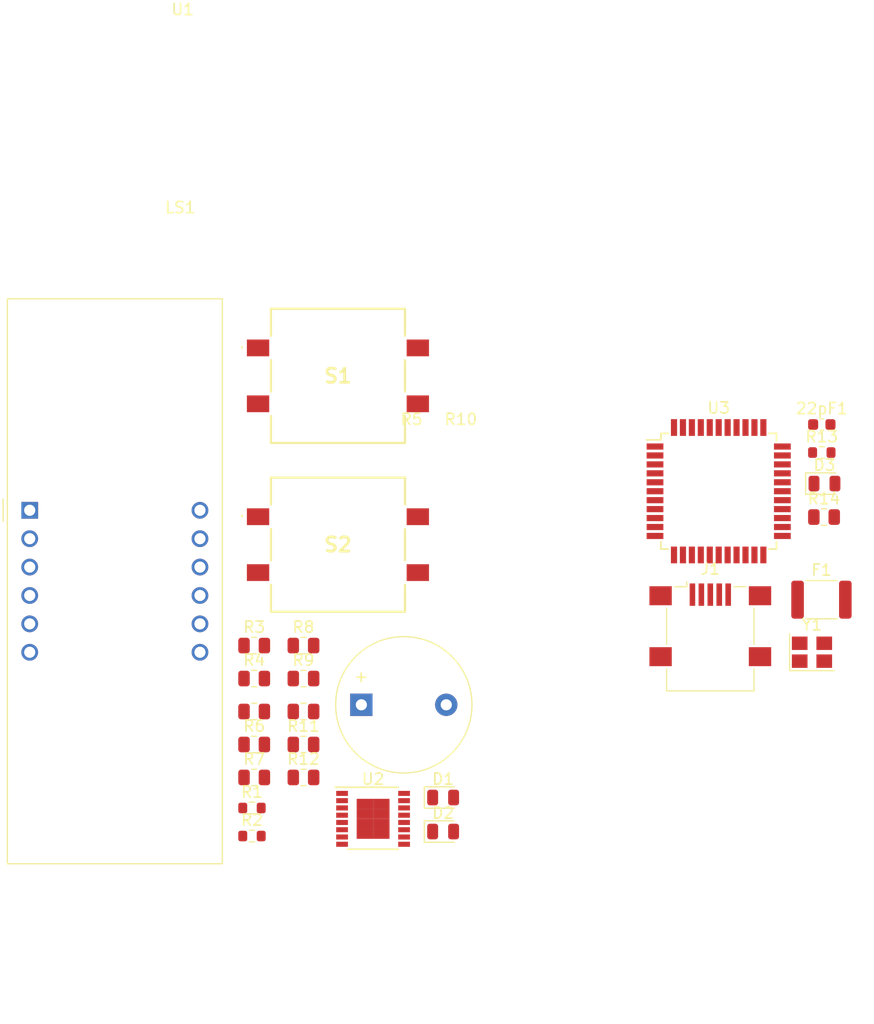
<source format=kicad_pcb>
(kicad_pcb (version 20221018) (generator pcbnew)
  (layers (0 "F.Cu" signal) (31 "B.Cu" signal) (34 "B.Paste" user) (35 "F.Paste" user) (36 "B.SilkS" user "B.Silkscreen") (37 "F.SilkS" user "F.Silkscreen") (38 "B.Mask" user) (39 "F.Mask" user) (44 "Edge.Cuts" user))
  (net 0 "")
  (net 1 "GND")
  (net 2 "Net-(D1-A)")
  (net 3 "Net-(D2-A)")
  (net 4 "Buzzer")
  (net 5 "Button_1")
  (net 6 "Button_2")
  (net 7 "RED_LED")
  (net 8 "GREEN_LED")
  (net 9 "a")
  (net 10 "Net-(U1-a)")
  (net 11 "b")
  (net 12 "Net-(U1-b)")
  (net 13 "c")
  (net 14 "Net-(U1-c)")
  (net 15 "d")
  (net 16 "Net-(U1-d)")
  (net 17 "e")
  (net 18 "Net-(U1-e)")
  (net 19 "f")
  (net 20 "Net-(U1-f)")
  (net 21 "g")
  (net 22 "Net-(U1-g)")
  (net 23 "dp")
  (net 24 "Net-(U1-DPX)")
  (net 27 "+5V")
  (net 28 "Dig4")
  (net 29 "Dig3")
  (net 30 "Dig2")
  (net 31 "Dig1")
  (net 33 "SH_CP")
  (net 34 "ST_CP")
  (net 35 "DS")
  (net 38 "XTAL1")
  (net 39 "Net-(D3-A)")
  (net 40 "Net-(J1-VBUS)")
  (net 45 "Reset")
  (footprint "Resistor_SMD:R_0805_2012Metric" (layer "F.Cu") (at 55.655 81.525)
    (fp_text reference "R7" (at 0 -1.65) (layer "F.SilkS"))
    (fp_text value "100")
    (fp_line (start -0.227064 -0.735) (end 0.227064 -0.735) (stroke (width 0.12)) (layer "F.SilkS"))
    (fp_line (start -0.227064 0.735) (end 0.227064 0.735) (stroke (width 0.12)) (layer "F.SilkS"))
    (pad "1" smd roundrect (at -0.9125 0) (size 1.025 1.4) (layers "F.Cu" "F.Paste" "F.Mask") (roundrect_rratio 0.243902) (net 13 "c"))
    (pad "2" smd roundrect (at 0.9125 0) (size 1.025 1.4) (layers "F.Cu" "F.Paste" "F.Mask") (roundrect_rratio 0.243902) (net 14 "Net-(U1-c)"))
  )
  (footprint "LED_SMD:LED_0805_2012Metric" (layer "F.Cu") (at 106.7 55.235)
    (fp_text reference "D3" (at 0 -1.65) (layer "F.SilkS"))
    (fp_text value "LED")
    (fp_line (start -1.685 -0.96) (end -1.685 0.96) (stroke (width 0.12)) (layer "F.SilkS"))
    (fp_line (start -1.685 0.96) (end 1 0.96) (stroke (width 0.12)) (layer "F.SilkS"))
    (fp_line (start 1 -0.96) (end -1.685 -0.96) (stroke (width 0.12)) (layer "F.SilkS"))
    (pad "1" smd roundrect (at -0.9375 0) (size 0.975 1.4) (layers "F.Cu" "F.Paste" "F.Mask") (net 1 "GND"))
    (pad "2" smd roundrect (at 0.9375 0) (size 0.975 1.4) (layers "F.Cu" "F.Paste" "F.Mask") (net 39 "Net-(D3-A)"))
  )
  (footprint "Capacitor_SMD:C_0603_1608Metric" (layer "F.Cu") (at 106.46 49.95)
    (fp_text reference "22pF1" (at 0 -1.43) (layer "F.SilkS"))
    (fp_text value "C_Small")
    (fp_line (start -0.14058 -0.51) (end 0.14058 -0.51) (stroke (width 0.12)) (layer "F.SilkS"))
    (fp_line (start -0.14058 0.51) (end 0.14058 0.51) (stroke (width 0.12)) (layer "F.SilkS"))
    (pad "1" smd roundrect (at -0.775 0) (size 0.9 0.95) (layers "F.Cu" "F.Paste" "F.Mask") (net 38 "XTAL1"))
    (pad "2" smd roundrect (at 0.775 0) (size 0.9 0.95) (layers "F.Cu" "F.Paste" "F.Mask") (net 1 "GND"))
  )
  (footprint "Resistor_SMD:R_0805_2012Metric" (layer "F.Cu") (at 60.065 72.675)
    (fp_text reference "R9" (at 0 -1.65) (layer "F.SilkS"))
    (fp_text value "100")
    (fp_line (start -0.227064 -0.735) (end 0.227064 -0.735) (stroke (width 0.12)) (layer "F.SilkS"))
    (fp_line (start -0.227064 0.735) (end 0.227064 0.735) (stroke (width 0.12)) (layer "F.SilkS"))
    (pad "1" smd roundrect (at -0.9125 0) (size 1.025 1.4) (layers "F.Cu" "F.Paste" "F.Mask") (roundrect_rratio 0.243902) (net 17 "e"))
    (pad "2" smd roundrect (at 0.9125 0) (size 1.025 1.4) (layers "F.Cu" "F.Paste" "F.Mask") (roundrect_rratio 0.243902) (net 18 "Net-(U1-e)"))
  )
  (footprint "Display_7Segment:CA56-12EWA" (layer "F.Cu") (at 35.56 57.625)
    (fp_text reference "U1" (at 13.69 -44.8) (layer "F.SilkS"))
    (fp_text value "CA56-12EWA")
    (fp_line (start -2.38 -1) (end -2.38 1) (stroke (width 0.12)) (layer "F.SilkS"))
    (fp_line (start -2 -18.92) (end -2 31.62) (stroke (width 0.12)) (layer "F.SilkS"))
    (fp_line (start -2 -18.92) (end 17.24 -18.92) (stroke (width 0.12)) (layer "F.SilkS"))
    (fp_line (start -2 31.62) (end 17.24 31.62) (stroke (width 0.12)) (layer "F.SilkS"))
    (fp_line (start 17.24 31.62) (end 17.24 -18.92) (stroke (width 0.12)) (layer "F.SilkS"))
    (pad "1" thru_hole rect (at 0 0) (size 1.5 1.5) (drill 1) (layers "*.Cu" "*.Mask") (net 18 "Net-(U1-e)"))
    (pad "2" thru_hole circle (at 0 2.54) (size 1.5 1.5) (drill 1) (layers "*.Cu" "*.Mask") (net 16 "Net-(U1-d)"))
    (pad "3" thru_hole circle (at 0 5.08) (size 1.5 1.5) (drill 1) (layers "*.Cu" "*.Mask") (net 24 "Net-(U1-DPX)"))
    (pad "4" thru_hole circle (at 0 7.62) (size 1.5 1.5) (drill 1) (layers "*.Cu" "*.Mask") (net 14 "Net-(U1-c)"))
    (pad "5" thru_hole circle (at 0 10.16) (size 1.5 1.5) (drill 1) (layers "*.Cu" "*.Mask") (net 22 "Net-(U1-g)"))
    (pad "6" thru_hole circle (at 0 12.7) (size 1.5 1.5) (drill 1) (layers "*.Cu" "*.Mask") (net 28 "Dig4"))
    (pad "7" thru_hole circle (at 15.24 12.7) (size 1.5 1.5) (drill 1) (layers "*.Cu" "*.Mask") (net 12 "Net-(U1-b)"))
    (pad "8" thru_hole circle (at 15.24 10.16) (size 1.5 1.5) (drill 1) (layers "*.Cu" "*.Mask") (net 29 "Dig3"))
    (pad "9" thru_hole circle (at 15.24 7.62) (size 1.5 1.5) (drill 1) (layers "*.Cu" "*.Mask") (net 30 "Dig2"))
    (pad "10" thru_hole circle (at 15.24 5.08) (size 1.5 1.5) (drill 1) (layers "*.Cu" "*.Mask") (net 20 "Net-(U1-f)"))
    (pad "11" thru_hole circle (at 15.24 2.54) (size 1.5 1.5) (drill 1) (layers "*.Cu" "*.Mask") (net 10 "Net-(U1-a)"))
    (pad "12" thru_hole circle (at 15.24 0) (size 1.5 1.5) (drill 1) (layers "*.Cu" "*.Mask") (net 31 "Dig1"))
  )
  (footprint "Resistor_SMD:R_0603_1608Metric" (layer "F.Cu") (at 55.455 84.255)
    (fp_text reference "R1" (at 0 -1.43) (layer "F.SilkS"))
    (fp_text value "10k")
    (fp_line (start -0.237258 -0.5225) (end 0.237258 -0.5225) (stroke (width 0.12)) (layer "F.SilkS"))
    (fp_line (start -0.237258 0.5225) (end 0.237258 0.5225) (stroke (width 0.12)) (layer "F.SilkS"))
    (pad "1" smd roundrect (at -0.825 0) (size 0.8 0.95) (layers "F.Cu" "F.Paste" "F.Mask") (net 5 "Button_1"))
    (pad "2" smd roundrect (at 0.825 0) (size 0.8 0.95) (layers "F.Cu" "F.Paste" "F.Mask") (net 1 "GND"))
  )
  (footprint "LED_SMD:LED_0805_2012Metric" (layer "F.Cu") (at 72.565 86.36)
    (fp_text reference "D2" (at 0 -1.65) (layer "F.SilkS"))
    (fp_text value "LED")
    (fp_line (start -1.685 -0.96) (end -1.685 0.96) (stroke (width 0.12)) (layer "F.SilkS"))
    (fp_line (start -1.685 0.96) (end 1 0.96) (stroke (width 0.12)) (layer "F.SilkS"))
    (fp_line (start 1 -0.96) (end -1.685 -0.96) (stroke (width 0.12)) (layer "F.SilkS"))
    (pad "1" smd roundrect (at -0.9375 0) (size 0.975 1.4) (layers "F.Cu" "F.Paste" "F.Mask") (net 1 "GND"))
    (pad "2" smd roundrect (at 0.9375 0) (size 0.975 1.4) (layers "F.Cu" "F.Paste" "F.Mask") (net 3 "Net-(D2-A)"))
  )
  (footprint "Connector_USB:USB_Mini-B_Lumberg_2486_01_Horizontal" (layer "F.Cu") (at 96.48 67.87)
    (fp_text reference "J1" (at 0 -5) (layer "F.SilkS"))
    (fp_text value "USB_B_Mini")
    (fp_line (start -3.91 1.74) (end -3.91 -1.49) (stroke (width 0.12)) (layer "F.SilkS"))
    (fp_line (start -3.91 5.91) (end -3.91 3.96) (stroke (width 0.12)) (layer "F.SilkS"))
    (fp_line (start -3.19 -3.41) (end -2.11 -3.41) (stroke (width 0.12)) (layer "F.SilkS"))
    (fp_line (start -2.11 -3.41) (end -2.11 -3.84) (stroke (width 0.12)) (layer "F.SilkS"))
    (fp_line (start 2.11 -3.41) (end 3.19 -3.41) (stroke (width 0.12)) (layer "F.SilkS"))
    (fp_line (start 3.91 1.74) (end 3.91 -1.49) (stroke (width 0.12)) (layer "F.SilkS"))
    (fp_line (start 3.91 5.91) (end -3.91 5.91) (stroke (width 0.12)) (layer "F.SilkS"))
    (fp_line (start 3.91 5.91) (end 3.91 3.96) (stroke (width 0.12)) (layer "F.SilkS"))
    (pad "" np_thru_hole circle (at -2.2 0) (size 1 1) (drill 1) (layers "*.Cu" "*.Mask"))
    (pad "" np_thru_hole circle (at 2.2 0) (size 1 1) (drill 1) (layers "*.Cu" "*.Mask"))
    (pad "1" smd rect (at -1.6 -2.7) (size 0.5 2) (layers "F.Cu" "F.Paste" "F.Mask") (net 40 "Net-(J1-VBUS)"))
    (pad "2" smd rect (at -0.8 -2.7) (size 0.5 2) (layers "F.Cu" "F.Paste" "F.Mask"))
    (pad "3" smd rect (at 0 -2.7) (size 0.5 2) (layers "F.Cu" "F.Paste" "F.Mask"))
    (pad "4" smd rect (at 0.8 -2.7) (size 0.5 2) (layers "F.Cu" "F.Paste" "F.Mask"))
    (pad "5" smd rect (at 1.6 -2.7) (size 0.5 2) (layers "F.Cu" "F.Paste" "F.Mask") (net 1 "GND"))
    (pad "6" smd rect (at -4.45 -2.6) (size 2 1.7) (layers "F.Cu" "F.Paste" "F.Mask"))
    (pad "6" smd rect (at -4.45 2.85) (size 2 1.7) (layers "F.Cu" "F.Paste" "F.Mask"))
    (pad "6" smd rect (at 4.45 -2.6) (size 2 1.7) (layers "F.Cu" "F.Paste" "F.Mask"))
    (pad "6" smd rect (at 4.45 2.85) (size 2 1.7) (layers "F.Cu" "F.Paste" "F.Mask"))
  )
  (footprint "Package_SO:TSSOP-16-1EP_4.4x5mm_P0.65mm" (layer "F.Cu") (at 66.295 85.225)
    (fp_text reference "U2" (at 0 -3.55) (layer "F.SilkS"))
    (fp_text value "74HC595")
    (fp_line (start -3.375 -2.825) (end 2.25 -2.825) (stroke (width 0.15)) (layer "F.SilkS"))
    (fp_line (start -2.25 2.725) (end 2.25 2.725) (stroke (width 0.15)) (layer "F.SilkS"))
    (pad "1" smd rect (at -2.775 -2.275) (size 1.05 0.45) (layers "F.Cu" "F.Paste" "F.Mask") (net 11 "b"))
    (pad "2" smd rect (at -2.775 -1.625) (size 1.05 0.45) (layers "F.Cu" "F.Paste" "F.Mask") (net 13 "c"))
    (pad "3" smd rect (at -2.775 -0.975) (size 1.05 0.45) (layers "F.Cu" "F.Paste" "F.Mask") (net 15 "d"))
    (pad "4" smd rect (at -2.775 -0.325) (size 1.05 0.45) (layers "F.Cu" "F.Paste" "F.Mask") (net 17 "e"))
    (pad "5" smd rect (at -2.775 0.325) (size 1.05 0.45) (layers "F.Cu" "F.Paste" "F.Mask") (net 19 "f"))
    (pad "6" smd rect (at -2.775 0.975) (size 1.05 0.45) (layers "F.Cu" "F.Paste" "F.Mask") (net 21 "g"))
    (pad "7" smd rect (at -2.775 1.625) (size 1.05 0.45) (layers "F.Cu" "F.Paste" "F.Mask") (net 23 "dp"))
    (pad "8" smd rect (at -2.775 2.275) (size 1.05 0.45) (layers "F.Cu" "F.Paste" "F.Mask") (net 1 "GND"))
    (pad "9" smd rect (at 2.775 2.275) (size 1.05 0.45) (layers "F.Cu" "F.Paste" "F.Mask"))
    (pad "10" smd rect (at 2.775 1.625) (size 1.05 0.45) (layers "F.Cu" "F.Paste" "F.Mask") (net 27 "+5V"))
    (pad "11" smd rect (at 2.775 0.975) (size 1.05 0.45) (layers "F.Cu" "F.Paste" "F.Mask") (net 33 "SH_CP"))
    (pad "12" smd rect (at 2.775 0.325) (size 1.05 0.45) (layers "F.Cu" "F.Paste" "F.Mask") (net 34 "ST_CP"))
    (pad "13" smd rect (at 2.775 -0.325) (size 1.05 0.45) (layers "F.Cu" "F.Paste" "F.Mask") (net 1 "GND"))
    (pad "14" smd rect (at 2.775 -0.975) (size 1.05 0.45) (layers "F.Cu" "F.Paste" "F.Mask") (net 35 "DS"))
    (pad "15" smd rect (at 2.775 -1.625) (size 1.05 0.45) (layers "F.Cu" "F.Paste" "F.Mask") (net 9 "a"))
    (pad "16" smd rect (at 2.775 -2.275) (size 1.05 0.45) (layers "F.Cu" "F.Paste" "F.Mask") (net 27 "+5V"))
    (pad "17" smd rect (at -0.735 -1.3425) (size 1.47 0.895) (layers "F.Cu" "F.Paste" "F.Mask"))
    (pad "17" smd rect (at -0.735 -0.4475) (size 1.47 0.895) (layers "F.Cu" "F.Paste" "F.Mask"))
    (pad "17" smd rect (at -0.735 0.4475) (size 1.47 0.895) (layers "F.Cu" "F.Paste" "F.Mask"))
    (pad "17" smd rect (at -0.735 1.3425) (size 1.47 0.895) (layers "F.Cu" "F.Paste" "F.Mask"))
    (pad "17" smd rect (at 0.735 -1.3425) (size 1.47 0.895) (layers "F.Cu" "F.Paste" "F.Mask"))
    (pad "17" smd rect (at 0.735 -0.4475) (size 1.47 0.895) (layers "F.Cu" "F.Paste" "F.Mask"))
    (pad "17" smd rect (at 0.735 0.4475) (size 1.47 0.895) (layers "F.Cu" "F.Paste" "F.Mask"))
    (pad "17" smd rect (at 0.735 1.3425) (size 1.47 0.895) (layers "F.Cu" "F.Paste" "F.Mask"))
  )
  (footprint "Resistor_SMD:R_0805_2012Metric" (layer "F.Cu") (at 55.655 75.625)
    (fp_text reference "R5" (at 14.09 -26.14) (layer "F.SilkS"))
    (fp_text value "100")
    (fp_line (start -0.227064 -0.735) (end 0.227064 -0.735) (stroke (width 0.12)) (layer "F.SilkS"))
    (fp_line (start -0.227064 0.735) (end 0.227064 0.735) (stroke (width 0.12)) (layer "F.SilkS"))
    (pad "1" smd roundrect (at -0.9125 0) (size 1.025 1.4) (layers "F.Cu" "F.Paste" "F.Mask") (roundrect_rratio 0.243902) (net 9 "a"))
    (pad "2" smd roundrect (at 0.9125 0) (size 1.025 1.4) (layers "F.Cu" "F.Paste" "F.Mask") (roundrect_rratio 0.243902) (net 10 "Net-(U1-a)"))
  )
  (footprint "Resistor_SMD:R_0805_2012Metric" (layer "F.Cu") (at 106.66 58.23)
    (fp_text reference "R14" (at 0 -1.65) (layer "F.SilkS"))
    (fp_text value "330")
    (fp_line (start -0.227064 -0.735) (end 0.227064 -0.735) (stroke (width 0.12)) (layer "F.SilkS"))
    (fp_line (start -0.227064 0.735) (end 0.227064 0.735) (stroke (width 0.12)) (layer "F.SilkS"))
    (pad "1" smd roundrect (at -0.9125 0) (size 1.025 1.4) (layers "F.Cu" "F.Paste" "F.Mask") (roundrect_rratio 0.243902) (net 27 "+5V"))
    (pad "2" smd roundrect (at 0.9125 0) (size 1.025 1.4) (layers "F.Cu" "F.Paste" "F.Mask") (roundrect_rratio 0.243902) (net 39 "Net-(D3-A)"))
  )
  (footprint "PTS125_SMD_Button:PTS125_SMD_Button" (layer "F.Cu") (at 63.15 60.7)
    (fp_text reference "S2" (at 0 0) (layer "F.SilkS") (effects (font (size 1.27 1.27) (thickness 0.254))))
    (fp_text value "PTS125SM43SMTR21M_LFS" hide)
    (fp_line (start -8.6 -2.6) (end -8.6 -2.6) (stroke (width 0.1)) (layer "F.SilkS"))
    (fp_line (start -8.6 -2.5) (end -8.6 -2.5) (stroke (width 0.1)) (layer "F.SilkS"))
    (fp_line (start -6 -6) (end 6 -6) (stroke (width 0.2)) (layer "F.SilkS"))
    (fp_line (start -6 -3.6) (end -6 -6) (stroke (width 0.2)) (layer "F.SilkS"))
    (fp_line (start -6 -3.6) (end -6 -3.6) (stroke (width 0.2)) (layer "F.SilkS"))
    (fp_line (start -6 -1.4) (end -6 1.4) (stroke (width 0.2)) (layer "F.SilkS"))
    (fp_line (start -6 3.6) (end -6 6) (stroke (width 0.2)) (layer "F.SilkS"))
    (fp_line (start -6 6) (end 6 6) (stroke (width 0.2)) (layer "F.SilkS"))
    (fp_line (start 6 -6) (end 6 -3.6) (stroke (width 0.2)) (layer "F.SilkS"))
    (fp_line (start 6 -1.4) (end 6 1.4) (stroke (width 0.2)) (layer "F.SilkS"))
    (fp_line (start 6 6) (end 6 3.6) (stroke (width 0.2)) (layer "F.SilkS"))
    (fp_arc (start -8.6 -2.6) (mid -8.55 -2.55) (end -8.6 -2.5) (stroke (width 0.1)) (layer "F.SilkS"))
    (fp_arc (start -8.6 -2.5) (mid -8.65 -2.55) (end -8.6 -2.6) (stroke (width 0.1)) (layer "F.SilkS"))
    (pad "A1" smd rect (at -7.15 -2.5 90) (size 1.5 2) (layers "F.Cu" "F.Paste" "F.Mask"))
    (pad "B1" smd rect (at 7.15 -2.5 90) (size 1.5 2) (layers "F.Cu" "F.Paste" "F.Mask"))
    (pad "C1" smd rect (at -7.15 2.5 90) (size 1.5 2) (layers "F.Cu" "F.Paste" "F.Mask") (net 27 "+5V"))
    (pad "D1" smd rect (at 7.15 2.5 90) (size 1.5 2) (layers "F.Cu" "F.Paste" "F.Mask") (net 6 "Button_2"))
  )
  (footprint "Resistor_SMD:R_0805_2012Metric" (layer "F.Cu") (at 60.065 75.625)
    (fp_text reference "R10" (at 14.09 -26.14) (layer "F.SilkS"))
    (fp_text value "100")
    (fp_line (start -0.227064 -0.735) (end 0.227064 -0.735) (stroke (width 0.12)) (layer "F.SilkS"))
    (fp_line (start -0.227064 0.735) (end 0.227064 0.735) (stroke (width 0.12)) (layer "F.SilkS"))
    (pad "1" smd roundrect (at -0.9125 0) (size 1.025 1.4) (layers "F.Cu" "F.Paste" "F.Mask") (roundrect_rratio 0.243902) (net 19 "f"))
    (pad "2" smd roundrect (at 0.9125 0) (size 1.025 1.4) (layers "F.Cu" "F.Paste" "F.Mask") (roundrect_rratio 0.243902) (net 20 "Net-(U1-f)"))
  )
  (footprint "Buzzer_Beeper:Buzzer_12x9.5RM7.6" (layer "F.Cu") (at 65.245 75.025)
    (fp_text reference "LS1" (at -16.2125 -44.485) (layer "F.SilkS"))
    (fp_text value "Speaker")
    (fp_text user "+" (at -0.01 -2.54) (layer "F.SilkS"))
    (fp_circle (center 3.8 0) (end 9.9 0) (stroke (width 0.12)) (fill none) (layer "F.SilkS"))
    (pad "1" thru_hole rect (at 0 0) (size 2 2) (drill 1) (layers "*.Cu" "*.Mask") (net 4 "Buzzer"))
    (pad "2" thru_hole circle (at 7.6 0) (size 2 2) (drill 1) (layers "*.Cu" "*.Mask") (net 1 "GND"))
  )
  (footprint "Resistor_SMD:R_0805_2012Metric" (layer "F.Cu") (at 60.065 69.725)
    (fp_text reference "R8" (at 0 -1.65) (layer "F.SilkS"))
    (fp_text value "100")
    (fp_line (start -0.227064 -0.735) (end 0.227064 -0.735) (stroke (width 0.12)) (layer "F.SilkS"))
    (fp_line (start -0.227064 0.735) (end 0.227064 0.735) (stroke (width 0.12)) (layer "F.SilkS"))
    (pad "1" smd roundrect (at -0.9125 0) (size 1.025 1.4) (layers "F.Cu" "F.Paste" "F.Mask") (roundrect_rratio 0.243902) (net 15 "d"))
    (pad "2" smd roundrect (at 0.9125 0) (size 1.025 1.4) (layers "F.Cu" "F.Paste" "F.Mask") (roundrect_rratio 0.243902) (net 16 "Net-(U1-d)"))
  )
  (footprint "PTS125_SMD_Button:PTS125_SMD_Button" (layer "F.Cu") (at 63.15 45.6)
    (fp_text reference "S1" (at 0 0) (layer "F.SilkS") (effects (font (size 1.27 1.27) (thickness 0.254))))
    (fp_text value "PTS125SM43SMTR21M_LFS" hide)
    (fp_line (start -8.6 -2.6) (end -8.6 -2.6) (stroke (width 0.1)) (layer "F.SilkS"))
    (fp_line (start -8.6 -2.5) (end -8.6 -2.5) (stroke (width 0.1)) (layer "F.SilkS"))
    (fp_line (start -6 -6) (end 6 -6) (stroke (width 0.2)) (layer "F.SilkS"))
    (fp_line (start -6 -3.6) (end -6 -6) (stroke (width 0.2)) (layer "F.SilkS"))
    (fp_line (start -6 -3.6) (end -6 -3.6) (stroke (width 0.2)) (layer "F.SilkS"))
    (fp_line (start -6 -1.4) (end -6 1.4) (stroke (width 0.2)) (layer "F.SilkS"))
    (fp_line (start -6 3.6) (end -6 6) (stroke (width 0.2)) (layer "F.SilkS"))
    (fp_line (start -6 6) (end 6 6) (stroke (width 0.2)) (layer "F.SilkS"))
    (fp_line (start 6 -6) (end 6 -3.6) (stroke (width 0.2)) (layer "F.SilkS"))
    (fp_line (start 6 -1.4) (end 6 1.4) (stroke (width 0.2)) (layer "F.SilkS"))
    (fp_line (start 6 6) (end 6 3.6) (stroke (width 0.2)) (layer "F.SilkS"))
    (fp_arc (start -8.6 -2.6) (mid -8.55 -2.55) (end -8.6 -2.5) (stroke (width 0.1)) (layer "F.SilkS"))
    (fp_arc (start -8.6 -2.5) (mid -8.65 -2.55) (end -8.6 -2.6) (stroke (width 0.1)) (layer "F.SilkS"))
    (pad "A1" smd rect (at -7.15 -2.5 90) (size 1.5 2) (layers "F.Cu" "F.Paste" "F.Mask"))
    (pad "B1" smd rect (at 7.15 -2.5 90) (size 1.5 2) (layers "F.Cu" "F.Paste" "F.Mask"))
    (pad "C1" smd rect (at -7.15 2.5 90) (size 1.5 2) (layers "F.Cu" "F.Paste" "F.Mask") (net 27 "+5V"))
    (pad "D1" smd rect (at 7.15 2.5 90) (size 1.5 2) (layers "F.Cu" "F.Paste" "F.Mask") (net 5 "Button_1"))
  )
  (footprint "Resistor_SMD:R_0805_2012Metric" (layer "F.Cu") (at 60.065 78.575)
    (fp_text reference "R11" (at 0 -1.65) (layer "F.SilkS"))
    (fp_text value "100")
    (fp_line (start -0.227064 -0.735) (end 0.227064 -0.735) (stroke (width 0.12)) (layer "F.SilkS"))
    (fp_line (start -0.227064 0.735) (end 0.227064 0.735) (stroke (width 0.12)) (layer "F.SilkS"))
    (pad "1" smd roundrect (at -0.9125 0) (size 1.025 1.4) (layers "F.Cu" "F.Paste" "F.Mask") (roundrect_rratio 0.243902) (net 21 "g"))
    (pad "2" smd roundrect (at 0.9125 0) (size 1.025 1.4) (layers "F.Cu" "F.Paste" "F.Mask") (roundrect_rratio 0.243902) (net 22 "Net-(U1-g)"))
  )
  (footprint "Resistor_SMD:R_0805_2012Metric" (layer "F.Cu") (at 55.655 69.725)
    (fp_text reference "R3" (at 0 -1.65) (layer "F.SilkS"))
    (fp_text value "330")
    (fp_line (start -0.227064 -0.735) (end 0.227064 -0.735) (stroke (width 0.12)) (layer "F.SilkS"))
    (fp_line (start -0.227064 0.735) (end 0.227064 0.735) (stroke (width 0.12)) (layer "F.SilkS"))
    (pad "1" smd roundrect (at -0.9125 0) (size 1.025 1.4) (layers "F.Cu" "F.Paste" "F.Mask") (roundrect_rratio 0.243902) (net 7 "RED_LED"))
    (pad "2" smd roundrect (at 0.9125 0) (size 1.025 1.4) (layers "F.Cu" "F.Paste" "F.Mask") (roundrect_rratio 0.243902) (net 2 "Net-(D1-A)"))
  )
  (footprint "Resistor_SMD:R_0805_2012Metric" (layer "F.Cu") (at 55.655 72.675)
    (fp_text reference "R4" (at 0 -1.65) (layer "F.SilkS"))
    (fp_text value "330")
    (fp_line (start -0.227064 -0.735) (end 0.227064 -0.735) (stroke (width 0.12)) (layer "F.SilkS"))
    (fp_line (start -0.227064 0.735) (end 0.227064 0.735) (stroke (width 0.12)) (layer "F.SilkS"))
    (pad "1" smd roundrect (at -0.9125 0) (size 1.025 1.4) (layers "F.Cu" "F.Paste" "F.Mask") (roundrect_rratio 0.243902) (net 8 "GREEN_LED"))
    (pad "2" smd roundrect (at 0.9125 0) (size 1.025 1.4) (layers "F.Cu" "F.Paste" "F.Mask") (roundrect_rratio 0.243902) (net 3 "Net-(D2-A)"))
  )
  (footprint "Fuse:Fuse_1812_4532Metric" (layer "F.Cu") (at 106.43 65.62)
    (fp_text reference "F1" (at 0 -2.65) (layer "F.SilkS"))
    (fp_text value "Polyfuse")
    (fp_line (start -1.386252 -1.71) (end 1.386252 -1.71) (stroke (width 0.12)) (layer "F.SilkS"))
    (fp_line (start -1.386252 1.71) (end 1.386252 1.71) (stroke (width 0.12)) (layer "F.SilkS"))
    (pad "1" smd roundrect (at -2.1375 0) (size 1.125 3.4) (layers "F.Cu" "F.Paste" "F.Mask") (roundrect_rratio 0.222222) (net 40 "Net-(J1-VBUS)"))
    (pad "2" smd roundrect (at 2.1375 0) (size 1.125 3.4) (layers "F.Cu" "F.Paste" "F.Mask") (roundrect_rratio 0.222222) (net 27 "+5V"))
  )
  (footprint "Crystal:Crystal_SMD_Abracon_ABM8AIG-4Pin_3.2x2.5mm" (layer "F.Cu") (at 105.58 70.32)
    (fp_text reference "Y1" (at 0 -2.45) (layer "F.SilkS"))
    (fp_text value "Crystal_GND24")
    (fp_line (start -2 -1.65) (end -2 1.65) (stroke (width 0.12)) (layer "F.SilkS"))
    (fp_line (start -2 1.65) (end 2 1.65) (stroke (width 0.12)) (layer "F.SilkS"))
    (pad "1" smd rect (at -1.1 0.8) (size 1.4 1.2) (layers "F.Cu" "F.Paste" "F.Mask"))
    (pad "2" smd rect (at 1.1 0.8) (size 1.4 1.2) (layers "F.Cu" "F.Paste" "F.Mask"))
    (pad "3" smd rect (at 1.1 -0.8) (size 1.4 1.2) (layers "F.Cu" "F.Paste" "F.Mask") (net 38 "XTAL1"))
    (pad "4" smd rect (at -1.1 -0.8) (size 1.4 1.2) (layers "F.Cu" "F.Paste" "F.Mask") (net 1 "GND"))
  )
  (footprint "Resistor_SMD:R_0805_2012Metric" (layer "F.Cu") (at 60.065 81.525)
    (fp_text reference "R12" (at 0 -1.65) (layer "F.SilkS"))
    (fp_text value "100")
    (fp_line (start -0.227064 -0.735) (end 0.227064 -0.735) (stroke (width 0.12)) (layer "F.SilkS"))
    (fp_line (start -0.227064 0.735) (end 0.227064 0.735) (stroke (width 0.12)) (layer "F.SilkS"))
    (pad "1" smd roundrect (at -0.9125 0) (size 1.025 1.4) (layers "F.Cu" "F.Paste" "F.Mask") (roundrect_rratio 0.243902) (net 23 "dp"))
    (pad "2" smd roundrect (at 0.9125 0) (size 1.025 1.4) (layers "F.Cu" "F.Paste" "F.Mask") (roundrect_rratio 0.243902) (net 24 "Net-(U1-DPX)"))
  )
  (footprint "Resistor_SMD:R_0603_1608Metric" (layer "F.Cu") (at 55.455 86.765)
    (fp_text reference "R2" (at 0 -1.43) (layer "F.SilkS"))
    (fp_text value "10k")
    (fp_line (start -0.237258 -0.5225) (end 0.237258 -0.5225) (stroke (width 0.12)) (layer "F.SilkS"))
    (fp_line (start -0.237258 0.5225) (end 0.237258 0.5225) (stroke (width 0.12)) (layer "F.SilkS"))
    (pad "1" smd roundrect (at -0.825 0) (size 0.8 0.95) (layers "F.Cu" "F.Paste" "F.Mask") (net 6 "Button_2"))
    (pad "2" smd roundrect (at 0.825 0) (size 0.8 0.95) (layers "F.Cu" "F.Paste" "F.Mask") (net 1 "GND"))
  )
  (footprint "Package_QFP:TQFP-44_10x10mm_P0.8mm" (layer "F.Cu") (at 97.23 55.92)
    (fp_text reference "U3" (at 0 -7.45) (layer "F.SilkS"))
    (fp_text value "ATmega32U4-A")
    (fp_line (start -5.175 -5.175) (end -5.175 -4.6) (stroke (width 0.15)) (layer "F.SilkS"))
    (fp_line (start -5.175 -5.175) (end -4.5 -5.175) (stroke (width 0.15)) (layer "F.SilkS"))
    (fp_line (start -5.175 -4.6) (end -6.45 -4.6) (stroke (width 0.15)) (layer "F.SilkS"))
    (fp_line (start -5.175 5.175) (end -5.175 4.5) (stroke (width 0.15)) (layer "F.SilkS"))
    (fp_line (start -5.175 5.175) (end -4.5 5.175) (stroke (width 0.15)) (layer "F.SilkS"))
    (fp_line (start 5.175 -5.175) (end 4.5 -5.175) (stroke (width 0.15)) (layer "F.SilkS"))
    (fp_line (start 5.175 -5.175) (end 5.175 -4.5) (stroke (width 0.15)) (layer "F.SilkS"))
    (fp_line (start 5.175 5.175) (end 4.5 5.175) (stroke (width 0.15)) (layer "F.SilkS"))
    (fp_line (start 5.175 5.175) (end 5.175 4.5) (stroke (width 0.15)) (layer "F.SilkS"))
    (pad "1" smd rect (at -5.7 -4) (size 1.5 0.55) (layers "F.Cu" "F.Paste" "F.Mask"))
    (pad "2" smd rect (at -5.7 -3.2) (size 1.5 0.55) (layers "F.Cu" "F.Paste" "F.Mask") (net 27 "+5V"))
    (pad "3" smd rect (at -5.7 -2.4) (size 1.5 0.55) (layers "F.Cu" "F.Paste" "F.Mask"))
    (pad "4" smd rect (at -5.7 -1.6) (size 1.5 0.55) (layers "F.Cu" "F.Paste" "F.Mask"))
    (pad "5" smd rect (at -5.7 -0.8) (size 1.5 0.55) (layers "F.Cu" "F.Paste" "F.Mask") (net 1 "GND"))
    (pad "6" smd rect (at -5.7 0) (size 1.5 0.55) (layers "F.Cu" "F.Paste" "F.Mask"))
    (pad "7" smd rect (at -5.7 0.8) (size 1.5 0.55) (layers "F.Cu" "F.Paste" "F.Mask"))
    (pad "8" smd rect (at -5.7 1.6) (size 1.5 0.55) (layers "F.Cu" "F.Paste" "F.Mask"))
    (pad "9" smd rect (at -5.7 2.4) (size 1.5 0.55) (layers "F.Cu" "F.Paste" "F.Mask"))
    (pad "10" smd rect (at -5.7 3.2) (size 1.5 0.55) (layers "F.Cu" "F.Paste" "F.Mask"))
    (pad "11" smd rect (at -5.7 4) (size 1.5 0.55) (layers "F.Cu" "F.Paste" "F.Mask"))
    (pad "12" smd rect (at -4 5.7 90) (size 1.5 0.55) (layers "F.Cu" "F.Paste" "F.Mask"))
    (pad "13" smd rect (at -3.2 5.7 90) (size 1.5 0.55) (layers "F.Cu" "F.Paste" "F.Mask") (net 45 "Reset"))
    (pad "14" smd rect (at -2.4 5.7 90) (size 1.5 0.55) (layers "F.Cu" "F.Paste" "F.Mask") (net 27 "+5V"))
    (pad "15" smd rect (at -1.6 5.7 90) (size 1.5 0.55) (layers "F.Cu" "F.Paste" "F.Mask") (net 1 "GND"))
    (pad "16" smd rect (at -0.8 5.7 90) (size 1.5 0.55) (layers "F.Cu" "F.Paste" "F.Mask"))
    (pad "17" smd rect (at 0 5.7 90) (size 1.5 0.55) (layers "F.Cu" "F.Paste" "F.Mask"))
    (pad "18" smd rect (at 0.8 5.7 90) (size 1.5 0.55) (layers "F.Cu" "F.Paste" "F.Mask"))
    (pad "19" smd rect (at 1.6 5.7 90) (size 1.5 0.55) (layers "F.Cu" "F.Paste" "F.Mask"))
    (pad "20" smd rect (at 2.4 5.7 90) (size 1.5 0.55) (layers "F.Cu" "F.Paste" "F.Mask"))
    (pad "21" smd rect (at 3.2 5.7 90) (size 1.5 0.55) (layers "F.Cu" "F.Paste" "F.Mask"))
    (pad "22" smd rect (at 4 5.7 90) (size 1.5 0.55) (layers "F.Cu" "F.Paste" "F.Mask"))
    (pad "23" smd rect (at 5.7 4) (size 1.5 0.55) (layers "F.Cu" "F.Paste" "F.Mask") (net 1 "GND"))
    (pad "24" smd rect (at 5.7 3.2) (size 1.5 0.55) (layers "F.Cu" "F.Paste" "F.Mask") (net 27 "+5V"))
    (pad "25" smd rect (at 5.7 2.4) (size 1.5 0.55) (layers "F.Cu" "F.Paste" "F.Mask"))
    (pad "26" smd rect (at 5.7 1.6) (size 1.5 0.55) (layers "F.Cu" "F.Paste" "F.Mask"))
    (pad "27" smd rect (at 5.7 0.8) (size 1.5 0.55) (layers "F.Cu" "F.Paste" "F.Mask"))
    (pad "28" smd rect (at 5.7 0) (size 1.5 0.55) (layers "F.Cu" "F.Paste" "F.Mask"))
    (pad "29" smd rect (at 5.7 -0.8) (size 1.5 0.55) (layers "F.Cu" "F.Paste" "F.Mask"))
    (pad "30" smd rect (at 5.7 -1.6) (size 1.5 0.55) (layers "F.Cu" "F.Paste" "F.Mask"))
    (pad "31" smd rect (at 5.7 -2.4) (size 1.5 0.55) (layers "F.Cu" "F.Paste" "F.Mask"))
    (pad "32" smd rect (at 5.7 -3.2) (size 1.5 0.55) (layers "F.Cu" "F.Paste" "F.Mask"))
    (pad "33" smd rect (at 5.7 -4) (size 1.5 0.55) (layers "F.Cu" "F.Paste" "F.Mask"))
    (pad "34" smd rect (at 4 -5.7 90) (size 1.5 0.55) (layers "F.Cu" "F.Paste" "F.Mask") (net 27 "+5V"))
    (pad "35" smd rect (at 3.2 -5.7 90) (size 1.5 0.55) (layers "F.Cu" "F.Paste" "F.Mask") (net 1 "GND"))
    (pad "36" smd rect (at 2.4 -5.7 90) (size 1.5 0.55) (layers "F.Cu" "F.Paste" "F.Mask"))
    (pad "37" smd rect (at 1.6 -5.7 90) (size 1.5 0.55) (layers "F.Cu" "F.Paste" "F.Mask"))
    (pad "38" smd rect (at 0.8 -5.7 90) (size 1.5 0.55) (layers "F.Cu" "F.Paste" "F.Mask"))
    (pad "39" smd rect (at 0 -5.7 90) (size 1.5 0.55) (layers "F.Cu" "F.Paste" "F.Mask"))
    (pad "40" smd rect (at -0.8 -5.7 90) (size 1.5 0.55) (layers "F.Cu" "F.Paste" "F.Mask"))
    (pad "41" smd rect (at -1.6 -5.7 90) (size 1.5 0.55) (layers "F.Cu" "F.Paste" "F.Mask"))
    (pad "42" smd rect (at -2.4 -5.7 90) (size 1.5 0.55) (layers "F.Cu" "F.Paste" "F.Mask"))
    (pad "43" smd rect (at -3.2 -5.7 90) (size 1.5 0.55) (layers "F.Cu" "F.Paste" "F.Mask") (net 1 "GND"))
    (pad "44" smd rect (at -4 -5.7 90) (size 1.5 0.55) (layers "F.Cu" "F.Paste" "F.Mask") (net 27 "+5V"))
  )
  (footprint "Resistor_SMD:R_0805_2012Metric" (layer "F.Cu") (at 55.655 78.575)
    (fp_text reference "R6" (at 0 -1.65) (layer "F.SilkS"))
    (fp_text value "100")
    (fp_line (start -0.227064 -0.735) (end 0.227064 -0.735) (stroke (width 0.12)) (layer "F.SilkS"))
    (fp_line (start -0.227064 0.735) (end 0.227064 0.735) (stroke (width 0.12)) (layer "F.SilkS"))
    (pad "1" smd roundrect (at -0.9125 0) (size 1.025 1.4) (layers "F.Cu" "F.Paste" "F.Mask") (roundrect_rratio 0.243902) (net 11 "b"))
    (pad "2" smd roundrect (at 0.9125 0) (size 1.025 1.4) (layers "F.Cu" "F.Paste" "F.Mask") (roundrect_rratio 0.243902) (net 12 "Net-(U1-b)"))
  )
  (footprint "LED_SMD:LED_0805_2012Metric" (layer "F.Cu") (at 72.565 83.32)
    (fp_text reference "D1" (at 0 -1.65) (layer "F.SilkS"))
    (fp_text value "LED")
    (fp_line (start -1.685 -0.96) (end -1.685 0.96) (stroke (width 0.12)) (layer "F.SilkS"))
    (fp_line (start -1.685 0.96) (end 1 0.96) (stroke (width 0.12)) (layer "F.SilkS"))
    (fp_line (start 1 -0.96) (end -1.685 -0.96) (stroke (width 0.12)) (layer "F.SilkS"))
    (pad "1" smd roundrect (at -0.9375 0) (size 0.975 1.4) (layers "F.Cu" "F.Paste" "F.Mask") (net 1 "GND"))
    (pad "2" smd roundrect (at 0.9375 0) (size 0.975 1.4) (layers "F.Cu" "F.Paste" "F.Mask") (net 2 "Net-(D1-A)"))
  )
  (footprint "Resistor_SMD:R_0603_1608Metric" (layer "F.Cu") (at 106.46 52.46)
    (fp_text reference "R13" (at 0 -1.43) (layer "F.SilkS"))
    (fp_text value "10k")
    (fp_line (start -0.237258 -0.5225) (end 0.237258 -0.5225) (stroke (width 0.12)) (layer "F.SilkS"))
    (fp_line (start -0.237258 0.5225) (end 0.237258 0.5225) (stroke (width 0.12)) (layer "F.SilkS"))
    (pad "1" smd roundrect (at -0.825 0) (size 0.8 0.95) (layers "F.Cu" "F.Paste" "F.Mask") (net 45 "Reset"))
    (pad "2" smd roundrect (at 0.825 0) (size 0.8 0.95) (layers "F.Cu" "F.Paste" "F.Mask") (net 27 "+5V"))
  )
)
</source>
